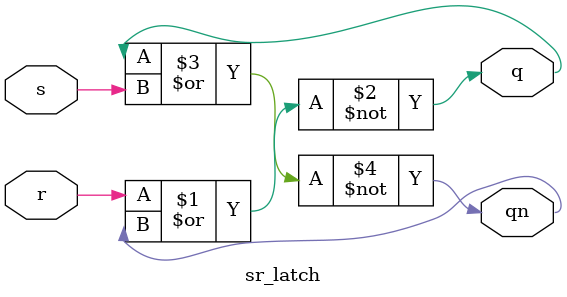
<source format=v>
module sr_latch(
    q,qn,r,s
);

input r,s;

output q,qn;

nor nor1(q,r,qn);
nor nor2(qn,q,s);

endmodule
</source>
